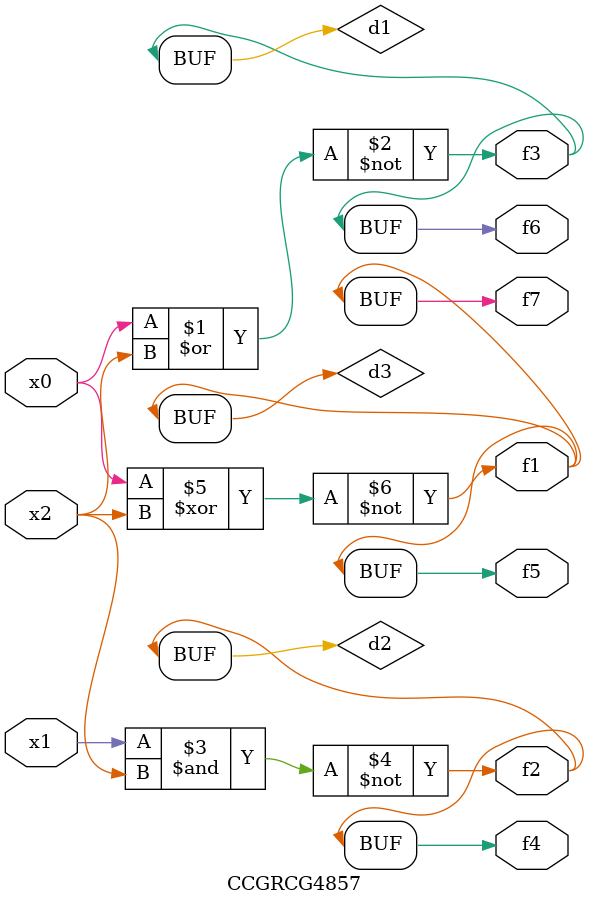
<source format=v>
module CCGRCG4857(
	input x0, x1, x2,
	output f1, f2, f3, f4, f5, f6, f7
);

	wire d1, d2, d3;

	nor (d1, x0, x2);
	nand (d2, x1, x2);
	xnor (d3, x0, x2);
	assign f1 = d3;
	assign f2 = d2;
	assign f3 = d1;
	assign f4 = d2;
	assign f5 = d3;
	assign f6 = d1;
	assign f7 = d3;
endmodule

</source>
